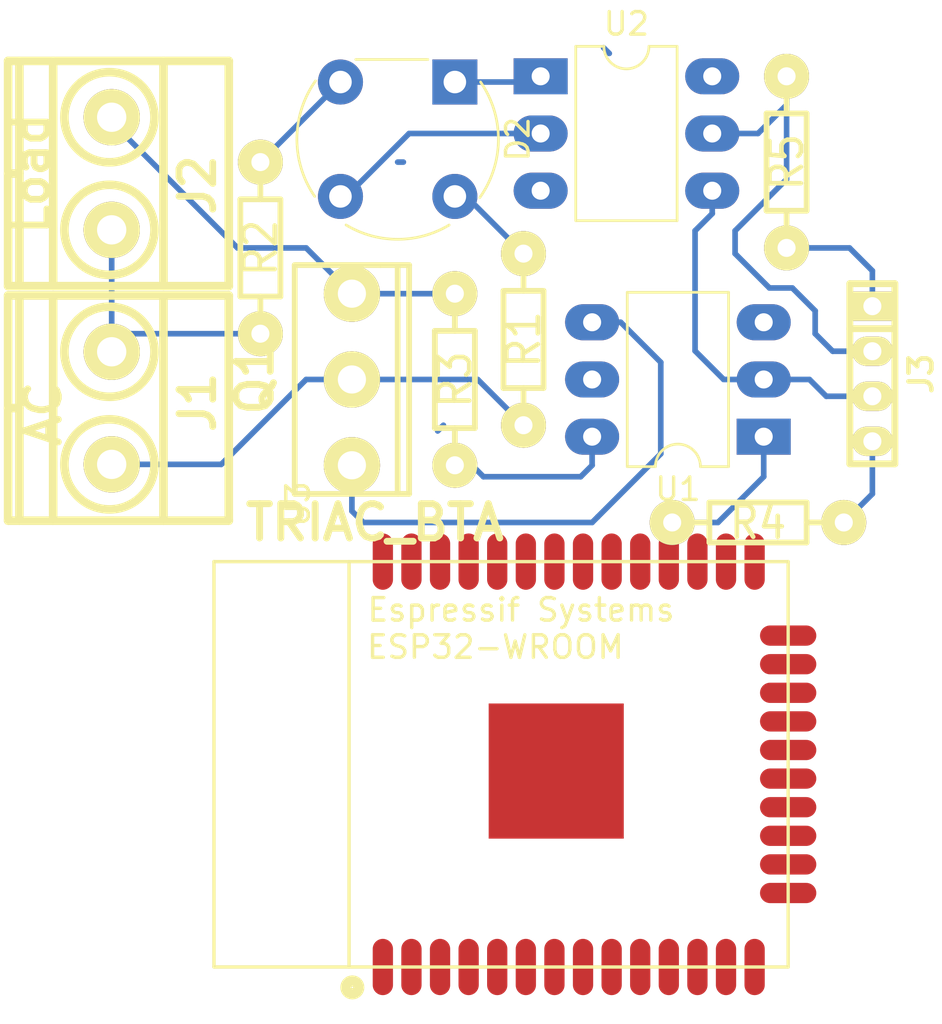
<source format=kicad_pcb>
(kicad_pcb (version 4) (host pcbnew 4.0.7)

  (general
    (links 21)
    (no_connects 2)
    (area 160.617499 59.985 202.6634 105.655476)
    (thickness 1.6)
    (drawings 0)
    (tracks 67)
    (zones 0)
    (modules 13)
    (nets 56)
  )

  (page A4)
  (layers
    (0 F.Cu signal)
    (31 B.Cu signal)
    (32 B.Adhes user)
    (33 F.Adhes user)
    (34 B.Paste user)
    (35 F.Paste user)
    (36 B.SilkS user)
    (37 F.SilkS user)
    (38 B.Mask user)
    (39 F.Mask user)
    (40 Dwgs.User user)
    (41 Cmts.User user)
    (42 Eco1.User user)
    (43 Eco2.User user)
    (44 Edge.Cuts user)
    (45 Margin user)
    (46 B.CrtYd user)
    (47 F.CrtYd user)
    (48 B.Fab user hide)
    (49 F.Fab user)
  )

  (setup
    (last_trace_width 0.25)
    (trace_clearance 0.2)
    (zone_clearance 0.508)
    (zone_45_only no)
    (trace_min 0.2)
    (segment_width 0.2)
    (edge_width 0.1)
    (via_size 0.6)
    (via_drill 0.4)
    (via_min_size 0.4)
    (via_min_drill 0.3)
    (uvia_size 0.3)
    (uvia_drill 0.1)
    (uvias_allowed no)
    (uvia_min_size 0.2)
    (uvia_min_drill 0.1)
    (pcb_text_width 0.3)
    (pcb_text_size 1.5 1.5)
    (mod_edge_width 0.15)
    (mod_text_size 1 1)
    (mod_text_width 0.15)
    (pad_size 1.5 1.5)
    (pad_drill 0.6)
    (pad_to_mask_clearance 0)
    (aux_axis_origin 0 0)
    (visible_elements 7FFFFFFF)
    (pcbplotparams
      (layerselection 0x00030_80000001)
      (usegerberextensions false)
      (excludeedgelayer true)
      (linewidth 0.100000)
      (plotframeref false)
      (viasonmask false)
      (mode 1)
      (useauxorigin false)
      (hpglpennumber 1)
      (hpglpenspeed 20)
      (hpglpendiameter 15)
      (hpglpenoverlay 2)
      (psnegative false)
      (psa4output false)
      (plotreference true)
      (plotvalue true)
      (plotinvisibletext false)
      (padsonsilk false)
      (subtractmaskfromsilk false)
      (outputformat 1)
      (mirror false)
      (drillshape 1)
      (scaleselection 1)
      (outputdirectory ""))
  )

  (net 0 "")
  (net 1 "Net-(D2-Pad4)")
  (net 2 "Net-(D2-Pad2)")
  (net 3 "Net-(D2-Pad3)")
  (net 4 "Net-(D2-Pad1)")
  (net 5 /Fase)
  (net 6 /Neutro)
  (net 7 "Net-(J2-Pad1)")
  (net 8 "Net-(J3-Pad2)")
  (net 9 GND)
  (net 10 "Net-(Q1-Pad1)")
  (net 11 "Net-(R3-Pad2)")
  (net 12 "Net-(R4-Pad1)")
  (net 13 "Net-(U1-Pad5)")
  (net 14 "Net-(U1-Pad3)")
  (net 15 "Net-(U2-Pad3)")
  (net 16 "Net-(U2-Pad6)")
  (net 17 "Net-(J3-Pad4)")
  (net 18 +3.3V)
  (net 19 "Net-(U3-Pad38)")
  (net 20 "Net-(U3-Pad37)")
  (net 21 "Net-(U3-Pad36)")
  (net 22 "Net-(J4-Pad1)")
  (net 23 "Net-(J4-Pad2)")
  (net 24 "Net-(U3-Pad33)")
  (net 25 "Net-(U3-Pad32)")
  (net 26 "Net-(U3-Pad31)")
  (net 27 "Net-(U3-Pad30)")
  (net 28 "Net-(U3-Pad29)")
  (net 29 "Net-(U3-Pad28)")
  (net 30 "Net-(U3-Pad27)")
  (net 31 "Net-(U3-Pad26)")
  (net 32 "Net-(U3-Pad25)")
  (net 33 "Net-(U3-Pad24)")
  (net 34 "Net-(U3-Pad23)")
  (net 35 "Net-(U3-Pad22)")
  (net 36 "Net-(U3-Pad21)")
  (net 37 "Net-(U3-Pad20)")
  (net 38 "Net-(U3-Pad19)")
  (net 39 "Net-(U3-Pad18)")
  (net 40 "Net-(U3-Pad17)")
  (net 41 "Net-(U3-Pad16)")
  (net 42 "Net-(U3-Pad15)")
  (net 43 "Net-(U3-Pad14)")
  (net 44 "Net-(U3-Pad13)")
  (net 45 "Net-(U3-Pad12)")
  (net 46 "Net-(U3-Pad11)")
  (net 47 "Net-(U3-Pad10)")
  (net 48 "Net-(U3-Pad9)")
  (net 49 "Net-(U3-Pad8)")
  (net 50 "Net-(U3-Pad7)")
  (net 51 "Net-(U3-Pad6)")
  (net 52 "Net-(U3-Pad5)")
  (net 53 "Net-(U3-Pad4)")
  (net 54 "Net-(U3-Pad3)")
  (net 55 "Net-(U3-Pad39)")

  (net_class Default "Esta es la clase de red por defecto."
    (clearance 0.2)
    (trace_width 0.25)
    (via_dia 0.6)
    (via_drill 0.4)
    (uvia_dia 0.3)
    (uvia_drill 0.1)
    (add_net +3.3V)
    (add_net /Fase)
    (add_net /Neutro)
    (add_net GND)
    (add_net "Net-(D2-Pad1)")
    (add_net "Net-(D2-Pad2)")
    (add_net "Net-(D2-Pad3)")
    (add_net "Net-(D2-Pad4)")
    (add_net "Net-(J2-Pad1)")
    (add_net "Net-(J3-Pad2)")
    (add_net "Net-(J3-Pad4)")
    (add_net "Net-(J4-Pad1)")
    (add_net "Net-(J4-Pad2)")
    (add_net "Net-(Q1-Pad1)")
    (add_net "Net-(R3-Pad2)")
    (add_net "Net-(R4-Pad1)")
    (add_net "Net-(U1-Pad3)")
    (add_net "Net-(U1-Pad5)")
    (add_net "Net-(U2-Pad3)")
    (add_net "Net-(U2-Pad6)")
    (add_net "Net-(U3-Pad10)")
    (add_net "Net-(U3-Pad11)")
    (add_net "Net-(U3-Pad12)")
    (add_net "Net-(U3-Pad13)")
    (add_net "Net-(U3-Pad14)")
    (add_net "Net-(U3-Pad15)")
    (add_net "Net-(U3-Pad16)")
    (add_net "Net-(U3-Pad17)")
    (add_net "Net-(U3-Pad18)")
    (add_net "Net-(U3-Pad19)")
    (add_net "Net-(U3-Pad20)")
    (add_net "Net-(U3-Pad21)")
    (add_net "Net-(U3-Pad22)")
    (add_net "Net-(U3-Pad23)")
    (add_net "Net-(U3-Pad24)")
    (add_net "Net-(U3-Pad25)")
    (add_net "Net-(U3-Pad26)")
    (add_net "Net-(U3-Pad27)")
    (add_net "Net-(U3-Pad28)")
    (add_net "Net-(U3-Pad29)")
    (add_net "Net-(U3-Pad3)")
    (add_net "Net-(U3-Pad30)")
    (add_net "Net-(U3-Pad31)")
    (add_net "Net-(U3-Pad32)")
    (add_net "Net-(U3-Pad33)")
    (add_net "Net-(U3-Pad36)")
    (add_net "Net-(U3-Pad37)")
    (add_net "Net-(U3-Pad38)")
    (add_net "Net-(U3-Pad39)")
    (add_net "Net-(U3-Pad4)")
    (add_net "Net-(U3-Pad5)")
    (add_net "Net-(U3-Pad6)")
    (add_net "Net-(U3-Pad7)")
    (add_net "Net-(U3-Pad8)")
    (add_net "Net-(U3-Pad9)")
  )

  (module Diodes_THT:Diode_Bridge_Round_D8.9mm (layer F.Cu) (tedit 59213853) (tstamp 59F8FD5C)
    (at 180.848 63.754 270)
    (descr "4-lead round diode bridge package, diameter 8.9mm, pin pitch 5.08mm, see http://cdn-reichelt.de/documents/datenblatt/A400/W005M-W10M_SEP.PDF")
    (tags "diode bridge 8.9mm 8.85mm WOB pitch 5.08mm")
    (path /59F658BB)
    (fp_text reference D2 (at 2.54 -2.794 270) (layer F.SilkS)
      (effects (font (size 1 1) (thickness 0.15)))
    )
    (fp_text value D_Bridge_+A-A (at 2.794 8.128 270) (layer F.Fab)
      (effects (font (size 1 1) (thickness 0.15)))
    )
    (fp_text user %R (at 3.81 2.54 270) (layer F.Fab)
      (effects (font (size 1 1) (thickness 0.15)))
    )
    (fp_line (start -1 1.2) (end -1 4.4) (layer F.SilkS) (width 0.12))
    (fp_line (start -0.9 -0.2) (end -0.9 5.3) (layer F.Fab) (width 0.12))
    (fp_line (start -1.25 -2.11) (end 7.19 -2.11) (layer F.CrtYd) (width 0.05))
    (fp_line (start -1.25 -2.11) (end -1.25 7.19) (layer F.CrtYd) (width 0.05))
    (fp_line (start 7.19 7.19) (end 7.19 -2.11) (layer F.CrtYd) (width 0.05))
    (fp_line (start 7.19 7.19) (end -1.25 7.19) (layer F.CrtYd) (width 0.05))
    (fp_arc (start 2.54 2.54) (end 5.08 6.223) (angle 70) (layer F.SilkS) (width 0.12))
    (fp_arc (start 2.54 2.54) (end 6.35 0.254) (angle 62) (layer F.SilkS) (width 0.12))
    (fp_arc (start 2.54 2.54) (end 0 -1.143) (angle 70) (layer F.SilkS) (width 0.12))
    (fp_arc (start 2.54 2.54) (end -0.9 -0.2) (angle 283) (layer F.Fab) (width 0.12))
    (pad 4 thru_hole oval (at 5.08 0 270) (size 2 2) (drill 1) (layers *.Cu *.Mask)
      (net 1 "Net-(D2-Pad4)"))
    (pad 2 thru_hole oval (at 0 5.08 270) (size 2 2) (drill 1) (layers *.Cu *.Mask)
      (net 2 "Net-(D2-Pad2)"))
    (pad 3 thru_hole oval (at 5.08 5.08 270) (size 2 2) (drill 1) (layers *.Cu *.Mask)
      (net 3 "Net-(D2-Pad3)"))
    (pad 1 thru_hole rect (at 0 0 270) (size 2 2) (drill 1) (layers *.Cu *.Mask)
      (net 4 "Net-(D2-Pad1)"))
    (model ${KISYS3DMOD}/Diodes_THT.3dshapes/Diode_Bridge_Round_D8.9mm.wrl
      (at (xyz 0 0 0))
      (scale (xyz 1 1 1))
      (rotate (xyz 0 0 0))
    )
  )

  (module w_pin_strip:pin_strip_2mm_4 (layer F.Cu) (tedit 59F90BB4) (tstamp 59F8FD7A)
    (at 199.39 76.708 270)
    (descr "Pin strip 2mm 4pin")
    (tags "CONN DEV")
    (path /59F674F8)
    (fp_text reference J3 (at 0 -2.159 270) (layer F.SilkS)
      (effects (font (size 1.016 1.016) (thickness 0.2032)))
    )
    (fp_text value Conn_01x04 (at -0.254 2.286 270) (layer F.SilkS) hide
      (effects (font (size 1.016 0.889) (thickness 0.2032)))
    )
    (fp_line (start 4 -1) (end 4 1) (layer F.SilkS) (width 0.3048))
    (fp_line (start 4 1) (end -4 1) (layer F.SilkS) (width 0.3048))
    (fp_line (start -4 -1) (end 4 -1) (layer F.SilkS) (width 0.3048))
    (fp_line (start -4 1) (end -4 -1) (layer F.SilkS) (width 0.3048))
    (fp_line (start -2 -1) (end -2 1) (layer F.SilkS) (width 0.3048))
    (pad 1 thru_hole rect (at -3 0 270) (size 1.3 1.8) (drill 0.8) (layers *.Cu *.Mask F.SilkS)
      (net 18 +3.3V))
    (pad 2 thru_hole oval (at -1 0 270) (size 1.3 1.8) (drill 0.8) (layers *.Cu *.Mask F.SilkS)
      (net 8 "Net-(J3-Pad2)"))
    (pad 3 thru_hole oval (at 1 0 270) (size 1.3 1.8) (drill 0.8) (layers *.Cu *.Mask F.SilkS)
      (net 9 GND))
    (pad 4 thru_hole oval (at 3 0 270) (size 1.3 1.8) (drill 0.8) (layers *.Cu *.Mask F.SilkS)
      (net 17 "Net-(J3-Pad4)"))
    (model walter/pin_strip/pin_strip_2mm_4.wrl
      (at (xyz 0 0 0))
      (scale (xyz 1 1 1))
      (rotate (xyz 0 0 0))
    )
  )

  (module w_to:to220 (layer F.Cu) (tedit 59F90975) (tstamp 59F8FD81)
    (at 176.276 76.962 270)
    (descr TO220)
    (path /59F8B5BD)
    (fp_text reference Q1 (at 0 4.318 270) (layer F.SilkS)
      (effects (font (thickness 0.3048)))
    )
    (fp_text value TRIAC_BTA (at 6.35 -1.016 360) (layer F.SilkS)
      (effects (font (thickness 0.3048)))
    )
    (fp_line (start -5.08 -2.032) (end 5.08 -2.032) (layer F.SilkS) (width 0.254))
    (fp_line (start -5.08 -1.27) (end -5.08 2.54) (layer F.SilkS) (width 0.254))
    (fp_line (start -5.08 2.54) (end 5.08 2.54) (layer F.SilkS) (width 0.254))
    (fp_line (start 5.08 2.54) (end 5.08 -2.54) (layer F.SilkS) (width 0.254))
    (fp_line (start 5.08 -2.54) (end -5.08 -2.54) (layer F.SilkS) (width 0.254))
    (fp_line (start -5.08 -2.54) (end -5.08 -1.27) (layer F.SilkS) (width 0.254))
    (pad 1 thru_hole circle (at 3.81 0 270) (size 2.49936 2.49936) (drill 1.24968) (layers *.Cu *.Mask F.SilkS)
      (net 10 "Net-(Q1-Pad1)"))
    (pad 2 thru_hole circle (at 0 0 270) (size 2.49936 2.49936) (drill 1.24968) (layers *.Cu *.Mask F.SilkS)
      (net 5 /Fase))
    (pad 3 thru_hole circle (at -3.81 0 270) (size 2.49936 2.49936) (drill 1.24968) (layers *.Cu *.Mask F.SilkS)
      (net 7 "Net-(J2-Pad1)"))
    (model walter/to/to220.wrl
      (at (xyz 0 0 0))
      (scale (xyz 1 1 1))
      (rotate (xyz 0 0 0))
    )
  )

  (module w_pth_resistors:RC03 (layer F.Cu) (tedit 59F90BBD) (tstamp 59F8FD87)
    (at 183.896 75.184 270)
    (descr "Resistor, RC03")
    (tags R)
    (path /59F65990)
    (autoplace_cost180 10)
    (fp_text reference R1 (at 0 0 270) (layer F.SilkS)
      (effects (font (size 1.397 1.27) (thickness 0.2032)))
    )
    (fp_text value 30k (at -3.556 -2.794 360) (layer F.SilkS) hide
      (effects (font (size 1.397 1.27) (thickness 0.2032)))
    )
    (fp_line (start 2.159 0) (end 3.81 0) (layer F.SilkS) (width 0.254))
    (fp_line (start -2.159 0) (end -3.81 0) (layer F.SilkS) (width 0.254))
    (fp_line (start -2.159 -0.889) (end -2.159 0.889) (layer F.SilkS) (width 0.254))
    (fp_line (start -2.159 0.889) (end 2.159 0.889) (layer F.SilkS) (width 0.254))
    (fp_line (start 2.159 0.889) (end 2.159 -0.889) (layer F.SilkS) (width 0.254))
    (fp_line (start 2.159 -0.889) (end -2.159 -0.889) (layer F.SilkS) (width 0.254))
    (pad 1 thru_hole circle (at -3.81 0 270) (size 1.99898 1.99898) (drill 0.8001) (layers *.Cu *.Mask F.SilkS)
      (net 1 "Net-(D2-Pad4)"))
    (pad 2 thru_hole circle (at 3.81 0 270) (size 1.99898 1.99898) (drill 0.8001) (layers *.Cu *.Mask F.SilkS)
      (net 5 /Fase))
    (model walter/pth_resistors/rc03.wrl
      (at (xyz 0 0 0))
      (scale (xyz 1 1 1))
      (rotate (xyz 0 0 0))
    )
  )

  (module w_pth_resistors:RC03 (layer F.Cu) (tedit 59F90BA5) (tstamp 59F8FD8D)
    (at 172.212 71.12 270)
    (descr "Resistor, RC03")
    (tags R)
    (path /59F65B3F)
    (autoplace_cost180 10)
    (fp_text reference R2 (at 0 0 270) (layer F.SilkS)
      (effects (font (size 1.397 1.27) (thickness 0.2032)))
    )
    (fp_text value 30k (at -6.604 0 270) (layer F.SilkS) hide
      (effects (font (size 1.397 1.27) (thickness 0.2032)))
    )
    (fp_line (start 2.159 0) (end 3.81 0) (layer F.SilkS) (width 0.254))
    (fp_line (start -2.159 0) (end -3.81 0) (layer F.SilkS) (width 0.254))
    (fp_line (start -2.159 -0.889) (end -2.159 0.889) (layer F.SilkS) (width 0.254))
    (fp_line (start -2.159 0.889) (end 2.159 0.889) (layer F.SilkS) (width 0.254))
    (fp_line (start 2.159 0.889) (end 2.159 -0.889) (layer F.SilkS) (width 0.254))
    (fp_line (start 2.159 -0.889) (end -2.159 -0.889) (layer F.SilkS) (width 0.254))
    (pad 1 thru_hole circle (at -3.81 0 270) (size 1.99898 1.99898) (drill 0.8001) (layers *.Cu *.Mask F.SilkS)
      (net 2 "Net-(D2-Pad2)"))
    (pad 2 thru_hole circle (at 3.81 0 270) (size 1.99898 1.99898) (drill 0.8001) (layers *.Cu *.Mask F.SilkS)
      (net 6 /Neutro))
    (model walter/pth_resistors/rc03.wrl
      (at (xyz 0 0 0))
      (scale (xyz 1 1 1))
      (rotate (xyz 0 0 0))
    )
  )

  (module w_pth_resistors:RC03 (layer F.Cu) (tedit 59F90BC2) (tstamp 59F8FD93)
    (at 180.848 76.962 270)
    (descr "Resistor, RC03")
    (tags R)
    (path /59F66521)
    (autoplace_cost180 10)
    (fp_text reference R3 (at 0 0 270) (layer F.SilkS)
      (effects (font (size 1.397 1.27) (thickness 0.2032)))
    )
    (fp_text value 1k (at -1.778 1.524 270) (layer F.SilkS) hide
      (effects (font (size 1.397 1.27) (thickness 0.2032)))
    )
    (fp_line (start 2.159 0) (end 3.81 0) (layer F.SilkS) (width 0.254))
    (fp_line (start -2.159 0) (end -3.81 0) (layer F.SilkS) (width 0.254))
    (fp_line (start -2.159 -0.889) (end -2.159 0.889) (layer F.SilkS) (width 0.254))
    (fp_line (start -2.159 0.889) (end 2.159 0.889) (layer F.SilkS) (width 0.254))
    (fp_line (start 2.159 0.889) (end 2.159 -0.889) (layer F.SilkS) (width 0.254))
    (fp_line (start 2.159 -0.889) (end -2.159 -0.889) (layer F.SilkS) (width 0.254))
    (pad 1 thru_hole circle (at -3.81 0 270) (size 1.99898 1.99898) (drill 0.8001) (layers *.Cu *.Mask F.SilkS)
      (net 7 "Net-(J2-Pad1)"))
    (pad 2 thru_hole circle (at 3.81 0 270) (size 1.99898 1.99898) (drill 0.8001) (layers *.Cu *.Mask F.SilkS)
      (net 11 "Net-(R3-Pad2)"))
    (model walter/pth_resistors/rc03.wrl
      (at (xyz 0 0 0))
      (scale (xyz 1 1 1))
      (rotate (xyz 0 0 0))
    )
  )

  (module w_pth_resistors:RC03 (layer F.Cu) (tedit 59F90BB1) (tstamp 59F8FD99)
    (at 194.31 83.312)
    (descr "Resistor, RC03")
    (tags R)
    (path /59F6631B)
    (autoplace_cost180 10)
    (fp_text reference R4 (at 0 0) (layer F.SilkS)
      (effects (font (size 1.397 1.27) (thickness 0.2032)))
    )
    (fp_text value 180 (at 1.524 -1.778) (layer F.SilkS) hide
      (effects (font (size 1.397 1.27) (thickness 0.2032)))
    )
    (fp_line (start 2.159 0) (end 3.81 0) (layer F.SilkS) (width 0.254))
    (fp_line (start -2.159 0) (end -3.81 0) (layer F.SilkS) (width 0.254))
    (fp_line (start -2.159 -0.889) (end -2.159 0.889) (layer F.SilkS) (width 0.254))
    (fp_line (start -2.159 0.889) (end 2.159 0.889) (layer F.SilkS) (width 0.254))
    (fp_line (start 2.159 0.889) (end 2.159 -0.889) (layer F.SilkS) (width 0.254))
    (fp_line (start 2.159 -0.889) (end -2.159 -0.889) (layer F.SilkS) (width 0.254))
    (pad 1 thru_hole circle (at -3.81 0) (size 1.99898 1.99898) (drill 0.8001) (layers *.Cu *.Mask F.SilkS)
      (net 12 "Net-(R4-Pad1)"))
    (pad 2 thru_hole circle (at 3.81 0) (size 1.99898 1.99898) (drill 0.8001) (layers *.Cu *.Mask F.SilkS)
      (net 17 "Net-(J3-Pad4)"))
    (model walter/pth_resistors/rc03.wrl
      (at (xyz 0 0 0))
      (scale (xyz 1 1 1))
      (rotate (xyz 0 0 0))
    )
  )

  (module w_pth_resistors:RC03 (layer F.Cu) (tedit 0) (tstamp 59F8FD9F)
    (at 195.58 67.31 90)
    (descr "Resistor, RC03")
    (tags R)
    (path /59F65D40)
    (autoplace_cost180 10)
    (fp_text reference R5 (at 0 0 90) (layer F.SilkS)
      (effects (font (size 1.397 1.27) (thickness 0.2032)))
    )
    (fp_text value 3.3k (at 0 2.032 90) (layer F.SilkS) hide
      (effects (font (size 1.397 1.27) (thickness 0.2032)))
    )
    (fp_line (start 2.159 0) (end 3.81 0) (layer F.SilkS) (width 0.254))
    (fp_line (start -2.159 0) (end -3.81 0) (layer F.SilkS) (width 0.254))
    (fp_line (start -2.159 -0.889) (end -2.159 0.889) (layer F.SilkS) (width 0.254))
    (fp_line (start -2.159 0.889) (end 2.159 0.889) (layer F.SilkS) (width 0.254))
    (fp_line (start 2.159 0.889) (end 2.159 -0.889) (layer F.SilkS) (width 0.254))
    (fp_line (start 2.159 -0.889) (end -2.159 -0.889) (layer F.SilkS) (width 0.254))
    (pad 1 thru_hole circle (at -3.81 0 90) (size 1.99898 1.99898) (drill 0.8001) (layers *.Cu *.Mask F.SilkS)
      (net 18 +3.3V))
    (pad 2 thru_hole circle (at 3.81 0 90) (size 1.99898 1.99898) (drill 0.8001) (layers *.Cu *.Mask F.SilkS)
      (net 8 "Net-(J3-Pad2)"))
    (model walter/pth_resistors/rc03.wrl
      (at (xyz 0 0 0))
      (scale (xyz 1 1 1))
      (rotate (xyz 0 0 0))
    )
  )

  (module Housings_DIP:DIP-6_W7.62mm_LongPads (layer F.Cu) (tedit 59F90994) (tstamp 59F8FDA9)
    (at 194.564 79.502 180)
    (descr "6-lead though-hole mounted DIP package, row spacing 7.62 mm (300 mils), LongPads")
    (tags "THT DIP DIL PDIP 2.54mm 7.62mm 300mil LongPads")
    (path /59F6552E)
    (fp_text reference U1 (at 3.81 -2.33 180) (layer F.SilkS)
      (effects (font (size 1 1) (thickness 0.15)))
    )
    (fp_text value MOC3021M (at 5.08 2.794 270) (layer F.Fab)
      (effects (font (size 1 1) (thickness 0.15)))
    )
    (fp_arc (start 3.81 -1.33) (end 2.81 -1.33) (angle -180) (layer F.SilkS) (width 0.12))
    (fp_line (start 1.635 -1.27) (end 6.985 -1.27) (layer F.Fab) (width 0.1))
    (fp_line (start 6.985 -1.27) (end 6.985 6.35) (layer F.Fab) (width 0.1))
    (fp_line (start 6.985 6.35) (end 0.635 6.35) (layer F.Fab) (width 0.1))
    (fp_line (start 0.635 6.35) (end 0.635 -0.27) (layer F.Fab) (width 0.1))
    (fp_line (start 0.635 -0.27) (end 1.635 -1.27) (layer F.Fab) (width 0.1))
    (fp_line (start 2.81 -1.33) (end 1.56 -1.33) (layer F.SilkS) (width 0.12))
    (fp_line (start 1.56 -1.33) (end 1.56 6.41) (layer F.SilkS) (width 0.12))
    (fp_line (start 1.56 6.41) (end 6.06 6.41) (layer F.SilkS) (width 0.12))
    (fp_line (start 6.06 6.41) (end 6.06 -1.33) (layer F.SilkS) (width 0.12))
    (fp_line (start 6.06 -1.33) (end 4.81 -1.33) (layer F.SilkS) (width 0.12))
    (fp_line (start -1.45 -1.55) (end -1.45 6.6) (layer F.CrtYd) (width 0.05))
    (fp_line (start -1.45 6.6) (end 9.1 6.6) (layer F.CrtYd) (width 0.05))
    (fp_line (start 9.1 6.6) (end 9.1 -1.55) (layer F.CrtYd) (width 0.05))
    (fp_line (start 9.1 -1.55) (end -1.45 -1.55) (layer F.CrtYd) (width 0.05))
    (fp_text user %R (at 3.81 2.54 180) (layer F.Fab)
      (effects (font (size 1 1) (thickness 0.15)))
    )
    (pad 1 thru_hole rect (at 0 0 180) (size 2.4 1.6) (drill 0.8) (layers *.Cu *.Mask)
      (net 12 "Net-(R4-Pad1)"))
    (pad 4 thru_hole oval (at 7.62 5.08 180) (size 2.4 1.6) (drill 0.8) (layers *.Cu *.Mask)
      (net 10 "Net-(Q1-Pad1)"))
    (pad 2 thru_hole oval (at 0 2.54 180) (size 2.4 1.6) (drill 0.8) (layers *.Cu *.Mask)
      (net 9 GND))
    (pad 5 thru_hole oval (at 7.62 2.54 180) (size 2.4 1.6) (drill 0.8) (layers *.Cu *.Mask)
      (net 13 "Net-(U1-Pad5)"))
    (pad 3 thru_hole oval (at 0 5.08 180) (size 2.4 1.6) (drill 0.8) (layers *.Cu *.Mask)
      (net 14 "Net-(U1-Pad3)"))
    (pad 6 thru_hole oval (at 7.62 0 180) (size 2.4 1.6) (drill 0.8) (layers *.Cu *.Mask)
      (net 11 "Net-(R3-Pad2)"))
    (model ${KISYS3DMOD}/Housings_DIP.3dshapes/DIP-6_W7.62mm.wrl
      (at (xyz 0 0 0))
      (scale (xyz 1 1 1))
      (rotate (xyz 0 0 0))
    )
  )

  (module Housings_DIP:DIP-6_W7.62mm_LongPads (layer F.Cu) (tedit 59F9098F) (tstamp 59F8FDB3)
    (at 184.658 63.5)
    (descr "6-lead though-hole mounted DIP package, row spacing 7.62 mm (300 mils), LongPads")
    (tags "THT DIP DIL PDIP 2.54mm 7.62mm 300mil LongPads")
    (path /59F653BB)
    (fp_text reference U2 (at 3.81 -2.33) (layer F.SilkS)
      (effects (font (size 1 1) (thickness 0.15)))
    )
    (fp_text value 4N25 (at 0.254 -2.54) (layer F.Fab)
      (effects (font (size 1 1) (thickness 0.15)))
    )
    (fp_arc (start 3.81 -1.33) (end 2.81 -1.33) (angle -180) (layer F.SilkS) (width 0.12))
    (fp_line (start 1.635 -1.27) (end 6.985 -1.27) (layer F.Fab) (width 0.1))
    (fp_line (start 6.985 -1.27) (end 6.985 6.35) (layer F.Fab) (width 0.1))
    (fp_line (start 6.985 6.35) (end 0.635 6.35) (layer F.Fab) (width 0.1))
    (fp_line (start 0.635 6.35) (end 0.635 -0.27) (layer F.Fab) (width 0.1))
    (fp_line (start 0.635 -0.27) (end 1.635 -1.27) (layer F.Fab) (width 0.1))
    (fp_line (start 2.81 -1.33) (end 1.56 -1.33) (layer F.SilkS) (width 0.12))
    (fp_line (start 1.56 -1.33) (end 1.56 6.41) (layer F.SilkS) (width 0.12))
    (fp_line (start 1.56 6.41) (end 6.06 6.41) (layer F.SilkS) (width 0.12))
    (fp_line (start 6.06 6.41) (end 6.06 -1.33) (layer F.SilkS) (width 0.12))
    (fp_line (start 6.06 -1.33) (end 4.81 -1.33) (layer F.SilkS) (width 0.12))
    (fp_line (start -1.45 -1.55) (end -1.45 6.6) (layer F.CrtYd) (width 0.05))
    (fp_line (start -1.45 6.6) (end 9.1 6.6) (layer F.CrtYd) (width 0.05))
    (fp_line (start 9.1 6.6) (end 9.1 -1.55) (layer F.CrtYd) (width 0.05))
    (fp_line (start 9.1 -1.55) (end -1.45 -1.55) (layer F.CrtYd) (width 0.05))
    (fp_text user %R (at 3.81 2.54) (layer F.Fab)
      (effects (font (size 1 1) (thickness 0.15)))
    )
    (pad 1 thru_hole rect (at 0 0) (size 2.4 1.6) (drill 0.8) (layers *.Cu *.Mask)
      (net 4 "Net-(D2-Pad1)"))
    (pad 4 thru_hole oval (at 7.62 5.08) (size 2.4 1.6) (drill 0.8) (layers *.Cu *.Mask)
      (net 9 GND))
    (pad 2 thru_hole oval (at 0 2.54) (size 2.4 1.6) (drill 0.8) (layers *.Cu *.Mask)
      (net 3 "Net-(D2-Pad3)"))
    (pad 5 thru_hole oval (at 7.62 2.54) (size 2.4 1.6) (drill 0.8) (layers *.Cu *.Mask)
      (net 8 "Net-(J3-Pad2)"))
    (pad 3 thru_hole oval (at 0 5.08) (size 2.4 1.6) (drill 0.8) (layers *.Cu *.Mask)
      (net 15 "Net-(U2-Pad3)"))
    (pad 6 thru_hole oval (at 7.62 0) (size 2.4 1.6) (drill 0.8) (layers *.Cu *.Mask)
      (net 16 "Net-(U2-Pad6)"))
    (model ${KISYS3DMOD}/Housings_DIP.3dshapes/DIP-6_W7.62mm.wrl
      (at (xyz 0 0 0))
      (scale (xyz 1 1 1))
      (rotate (xyz 0 0 0))
    )
  )

  (module w_conn_mkds:mkds_1,5-2 (layer F.Cu) (tedit 59F90BA0) (tstamp 59F906E2)
    (at 165.608 78.232 270)
    (descr "2-way 5mm pitch terminal block, Phoenix MKDS series")
    (path /59F66E81)
    (fp_text reference J1 (at -0.254 -3.81 270) (layer F.SilkS)
      (effects (font (size 1.5 1.5) (thickness 0.3)))
    )
    (fp_text value AC (at 0.254 3.048 270) (layer F.SilkS)
      (effects (font (size 1.5 1.5) (thickness 0.3)))
    )
    (fp_line (start 0 4.1) (end 0 4.6) (layer F.SilkS) (width 0.381))
    (fp_circle (center 2.5 0.1) (end 0.5 0.1) (layer F.SilkS) (width 0.381))
    (fp_circle (center -2.5 0.1) (end -0.5 0.1) (layer F.SilkS) (width 0.381))
    (fp_line (start -5 2.6) (end 5 2.6) (layer F.SilkS) (width 0.381))
    (fp_line (start -5 -2.3) (end 5 -2.3) (layer F.SilkS) (width 0.381))
    (fp_line (start -5 4.1) (end 5 4.1) (layer F.SilkS) (width 0.381))
    (fp_line (start -5 4.6) (end 5 4.6) (layer F.SilkS) (width 0.381))
    (fp_line (start 5 4.6) (end 5 -5.2) (layer F.SilkS) (width 0.381))
    (fp_line (start 5 -5.2) (end -5 -5.2) (layer F.SilkS) (width 0.381))
    (fp_line (start -5 -5.2) (end -5 4.6) (layer F.SilkS) (width 0.381))
    (pad 1 thru_hole circle (at -2.5 0 270) (size 2.5 2.5) (drill 1.3) (layers *.Cu *.Mask F.SilkS)
      (net 6 /Neutro))
    (pad 2 thru_hole circle (at 2.5 0 270) (size 2.5 2.5) (drill 1.3) (layers *.Cu *.Mask F.SilkS)
      (net 5 /Fase))
    (model walter/conn_mkds/mkds_1,5-2.wrl
      (at (xyz 0 0 0))
      (scale (xyz 1 1 1))
      (rotate (xyz 0 0 0))
    )
  )

  (module w_conn_mkds:mkds_1,5-2 (layer F.Cu) (tedit 59F90B9A) (tstamp 59F906E8)
    (at 165.608 67.818 270)
    (descr "2-way 5mm pitch terminal block, Phoenix MKDS series")
    (path /59F65F18)
    (fp_text reference J2 (at 0.508 -3.81 270) (layer F.SilkS)
      (effects (font (size 1.5 1.5) (thickness 0.3)))
    )
    (fp_text value Load (at 0 3.556 270) (layer F.SilkS)
      (effects (font (size 1.5 1.5) (thickness 0.3)))
    )
    (fp_line (start 0 4.1) (end 0 4.6) (layer F.SilkS) (width 0.381))
    (fp_circle (center 2.5 0.1) (end 0.5 0.1) (layer F.SilkS) (width 0.381))
    (fp_circle (center -2.5 0.1) (end -0.5 0.1) (layer F.SilkS) (width 0.381))
    (fp_line (start -5 2.6) (end 5 2.6) (layer F.SilkS) (width 0.381))
    (fp_line (start -5 -2.3) (end 5 -2.3) (layer F.SilkS) (width 0.381))
    (fp_line (start -5 4.1) (end 5 4.1) (layer F.SilkS) (width 0.381))
    (fp_line (start -5 4.6) (end 5 4.6) (layer F.SilkS) (width 0.381))
    (fp_line (start 5 4.6) (end 5 -5.2) (layer F.SilkS) (width 0.381))
    (fp_line (start 5 -5.2) (end -5 -5.2) (layer F.SilkS) (width 0.381))
    (fp_line (start -5 -5.2) (end -5 4.6) (layer F.SilkS) (width 0.381))
    (pad 1 thru_hole circle (at -2.5 0 270) (size 2.5 2.5) (drill 1.3) (layers *.Cu *.Mask F.SilkS)
      (net 7 "Net-(J2-Pad1)"))
    (pad 2 thru_hole circle (at 2.5 0 270) (size 2.5 2.5) (drill 1.3) (layers *.Cu *.Mask F.SilkS)
      (net 6 /Neutro))
    (model walter/conn_mkds/mkds_1,5-2.wrl
      (at (xyz 0 0 0))
      (scale (xyz 1 1 1))
      (rotate (xyz 0 0 0))
    )
  )

  (module ESP32-footprints-Lib:ESP32-WROOM (layer F.Cu) (tedit 57D08EA8) (tstamp 59FA19F8)
    (at 182.9 94.05 270)
    (path /59FA1314)
    (fp_text reference U3 (at -11.557 9.017 270) (layer F.SilkS)
      (effects (font (size 1 1) (thickness 0.15)))
    )
    (fp_text value ESP32-WROOM (at 5.715 14.224 270) (layer F.Fab)
      (effects (font (size 1 1) (thickness 0.15)))
    )
    (fp_text user "Espressif Systems" (at -6.858 -0.889 360) (layer F.SilkS)
      (effects (font (size 1 1) (thickness 0.15)))
    )
    (fp_circle (center 9.906 6.604) (end 10.033 6.858) (layer F.SilkS) (width 0.5))
    (fp_text user ESP32-WROOM (at -5.207 0.254 360) (layer F.SilkS)
      (effects (font (size 1 1) (thickness 0.15)))
    )
    (fp_line (start -9 6.75) (end 9 6.75) (layer F.SilkS) (width 0.15))
    (fp_line (start 9 12.75) (end 9 -12.75) (layer F.SilkS) (width 0.15))
    (fp_line (start -9 12.75) (end -9 -12.75) (layer F.SilkS) (width 0.15))
    (fp_line (start -9 -12.75) (end 9 -12.75) (layer F.SilkS) (width 0.15))
    (fp_line (start -9 12.75) (end 9 12.75) (layer F.SilkS) (width 0.15))
    (pad 38 smd oval (at -9 5.25 270) (size 2.5 0.9) (layers F.Cu F.Paste F.Mask)
      (net 19 "Net-(U3-Pad38)"))
    (pad 37 smd oval (at -9 3.98 270) (size 2.5 0.9) (layers F.Cu F.Paste F.Mask)
      (net 20 "Net-(U3-Pad37)"))
    (pad 36 smd oval (at -9 2.71 270) (size 2.5 0.9) (layers F.Cu F.Paste F.Mask)
      (net 21 "Net-(U3-Pad36)"))
    (pad 35 smd oval (at -9 1.44 270) (size 2.5 0.9) (layers F.Cu F.Paste F.Mask)
      (net 22 "Net-(J4-Pad1)"))
    (pad 34 smd oval (at -9 0.17 270) (size 2.5 0.9) (layers F.Cu F.Paste F.Mask)
      (net 23 "Net-(J4-Pad2)"))
    (pad 33 smd oval (at -9 -1.1 270) (size 2.5 0.9) (layers F.Cu F.Paste F.Mask)
      (net 24 "Net-(U3-Pad33)"))
    (pad 32 smd oval (at -9 -2.37 270) (size 2.5 0.9) (layers F.Cu F.Paste F.Mask)
      (net 25 "Net-(U3-Pad32)"))
    (pad 31 smd oval (at -9 -3.64 270) (size 2.5 0.9) (layers F.Cu F.Paste F.Mask)
      (net 26 "Net-(U3-Pad31)"))
    (pad 30 smd oval (at -9 -4.91 270) (size 2.5 0.9) (layers F.Cu F.Paste F.Mask)
      (net 27 "Net-(U3-Pad30)"))
    (pad 29 smd oval (at -9 -6.18 270) (size 2.5 0.9) (layers F.Cu F.Paste F.Mask)
      (net 28 "Net-(U3-Pad29)"))
    (pad 28 smd oval (at -9 -7.45 270) (size 2.5 0.9) (layers F.Cu F.Paste F.Mask)
      (net 29 "Net-(U3-Pad28)"))
    (pad 27 smd oval (at -9 -8.72 270) (size 2.5 0.9) (layers F.Cu F.Paste F.Mask)
      (net 30 "Net-(U3-Pad27)"))
    (pad 26 smd oval (at -9 -9.99 270) (size 2.5 0.9) (layers F.Cu F.Paste F.Mask)
      (net 31 "Net-(U3-Pad26)"))
    (pad 25 smd oval (at -9 -11.26 270) (size 2.5 0.9) (layers F.Cu F.Paste F.Mask)
      (net 32 "Net-(U3-Pad25)"))
    (pad 24 smd oval (at -5.715 -12.75 270) (size 0.9 2.5) (layers F.Cu F.Paste F.Mask)
      (net 33 "Net-(U3-Pad24)"))
    (pad 23 smd oval (at -4.445 -12.75 270) (size 0.9 2.5) (layers F.Cu F.Paste F.Mask)
      (net 34 "Net-(U3-Pad23)"))
    (pad 22 smd oval (at -3.175 -12.75 270) (size 0.9 2.5) (layers F.Cu F.Paste F.Mask)
      (net 35 "Net-(U3-Pad22)"))
    (pad 21 smd oval (at -1.905 -12.75 270) (size 0.9 2.5) (layers F.Cu F.Paste F.Mask)
      (net 36 "Net-(U3-Pad21)"))
    (pad 20 smd oval (at -0.635 -12.75 270) (size 0.9 2.5) (layers F.Cu F.Paste F.Mask)
      (net 37 "Net-(U3-Pad20)"))
    (pad 19 smd oval (at 0.635 -12.75 270) (size 0.9 2.5) (layers F.Cu F.Paste F.Mask)
      (net 38 "Net-(U3-Pad19)"))
    (pad 18 smd oval (at 1.905 -12.75 270) (size 0.9 2.5) (layers F.Cu F.Paste F.Mask)
      (net 39 "Net-(U3-Pad18)"))
    (pad 17 smd oval (at 3.175 -12.75 270) (size 0.9 2.5) (layers F.Cu F.Paste F.Mask)
      (net 40 "Net-(U3-Pad17)"))
    (pad 16 smd oval (at 4.445 -12.75 270) (size 0.9 2.5) (layers F.Cu F.Paste F.Mask)
      (net 41 "Net-(U3-Pad16)"))
    (pad 15 smd oval (at 5.715 -12.75 270) (size 0.9 2.5) (layers F.Cu F.Paste F.Mask)
      (net 42 "Net-(U3-Pad15)"))
    (pad 14 smd oval (at 9 -11.26 270) (size 2.5 0.9) (layers F.Cu F.Paste F.Mask)
      (net 43 "Net-(U3-Pad14)"))
    (pad 13 smd oval (at 9 -9.99 270) (size 2.5 0.9) (layers F.Cu F.Paste F.Mask)
      (net 44 "Net-(U3-Pad13)"))
    (pad 12 smd oval (at 9 -8.72 270) (size 2.5 0.9) (layers F.Cu F.Paste F.Mask)
      (net 45 "Net-(U3-Pad12)"))
    (pad 11 smd oval (at 9 -7.45 270) (size 2.5 0.9) (layers F.Cu F.Paste F.Mask)
      (net 46 "Net-(U3-Pad11)"))
    (pad 10 smd oval (at 9 -6.18 270) (size 2.5 0.9) (layers F.Cu F.Paste F.Mask)
      (net 47 "Net-(U3-Pad10)"))
    (pad 9 smd oval (at 9 -4.91 270) (size 2.5 0.9) (layers F.Cu F.Paste F.Mask)
      (net 48 "Net-(U3-Pad9)"))
    (pad 8 smd oval (at 9 -3.64 270) (size 2.5 0.9) (layers F.Cu F.Paste F.Mask)
      (net 49 "Net-(U3-Pad8)"))
    (pad 7 smd oval (at 9 -2.37 270) (size 2.5 0.9) (layers F.Cu F.Paste F.Mask)
      (net 50 "Net-(U3-Pad7)"))
    (pad 6 smd oval (at 9 -1.1 270) (size 2.5 0.9) (layers F.Cu F.Paste F.Mask)
      (net 51 "Net-(U3-Pad6)"))
    (pad 5 smd oval (at 9 0.17 270) (size 2.5 0.9) (layers F.Cu F.Paste F.Mask)
      (net 52 "Net-(U3-Pad5)"))
    (pad 4 smd oval (at 9 1.44 270) (size 2.5 0.9) (layers F.Cu F.Paste F.Mask)
      (net 53 "Net-(U3-Pad4)"))
    (pad 3 smd oval (at 9 2.71 270) (size 2.5 0.9) (layers F.Cu F.Paste F.Mask)
      (net 54 "Net-(U3-Pad3)"))
    (pad 2 smd oval (at 9 3.98 270) (size 2.5 0.9) (layers F.Cu F.Paste F.Mask)
      (net 18 +3.3V))
    (pad 1 smd oval (at 9 5.25 270) (size 2.5 0.9) (layers F.Cu F.Paste F.Mask)
      (net 9 GND))
    (pad 39 smd rect (at 0.3 -2.45 270) (size 6 6) (layers F.Cu F.Paste F.Mask)
      (net 55 "Net-(U3-Pad39)"))
  )

  (segment (start 180.086 79.248) (end 180.34 78.994) (width 0.25) (layer B.Cu) (net 0) (tstamp 59F90586))
  (segment (start 178.308 67.31) (end 178.562 67.31) (width 0.25) (layer B.Cu) (net 0))
  (segment (start 187.452 62.23) (end 187.706 62.484) (width 0.25) (layer B.Cu) (net 0) (tstamp 59F90492))
  (segment (start 180.848 68.834) (end 181.356 68.834) (width 0.25) (layer B.Cu) (net 1))
  (segment (start 181.356 68.834) (end 183.896 71.374) (width 0.25) (layer B.Cu) (net 1) (tstamp 59F90B27))
  (segment (start 172.212 67.31) (end 175.768 63.754) (width 0.25) (layer B.Cu) (net 2))
  (segment (start 175.768 68.834) (end 176.022 68.834) (width 0.25) (layer B.Cu) (net 3))
  (segment (start 176.022 68.834) (end 178.816 66.04) (width 0.25) (layer B.Cu) (net 3) (tstamp 59F90B2A))
  (segment (start 178.816 66.04) (end 184.658 66.04) (width 0.25) (layer B.Cu) (net 3) (tstamp 59F90B2B))
  (segment (start 180.848 63.754) (end 184.404 63.754) (width 0.25) (layer B.Cu) (net 4))
  (segment (start 184.404 63.754) (end 184.658 63.5) (width 0.25) (layer B.Cu) (net 4) (tstamp 59F90B2F))
  (segment (start 176.276 76.962) (end 181.864 76.962) (width 0.25) (layer B.Cu) (net 5))
  (segment (start 181.864 76.962) (end 183.896 78.994) (width 0.25) (layer B.Cu) (net 5) (tstamp 59F90B45))
  (segment (start 165.608 80.732) (end 170.474 80.732) (width 0.25) (layer B.Cu) (net 5))
  (segment (start 174.244 76.962) (end 176.276 76.962) (width 0.25) (layer B.Cu) (net 5) (tstamp 59F90A97))
  (segment (start 170.474 80.732) (end 174.244 76.962) (width 0.25) (layer B.Cu) (net 5) (tstamp 59F90A95))
  (segment (start 165.608 70.318) (end 165.608 75.732) (width 0.25) (layer B.Cu) (net 6))
  (segment (start 165.608 75.732) (end 166.41 74.93) (width 0.25) (layer B.Cu) (net 6) (tstamp 59F90A88))
  (segment (start 166.41 74.93) (end 172.212 74.93) (width 0.25) (layer B.Cu) (net 6) (tstamp 59F90A89))
  (segment (start 180.848 73.152) (end 176.276 73.152) (width 0.25) (layer B.Cu) (net 7))
  (segment (start 165.608 65.318) (end 165.608 65.532) (width 0.25) (layer B.Cu) (net 7))
  (segment (start 165.608 65.532) (end 171.196 71.12) (width 0.25) (layer B.Cu) (net 7) (tstamp 59F90A8C))
  (segment (start 171.196 71.12) (end 174.244 71.12) (width 0.25) (layer B.Cu) (net 7) (tstamp 59F90A8D))
  (segment (start 174.244 71.12) (end 176.276 73.152) (width 0.25) (layer B.Cu) (net 7) (tstamp 59F90A8F))
  (segment (start 199.39 75.708) (end 197.628 75.708) (width 0.25) (layer B.Cu) (net 8))
  (segment (start 195.58 68.072) (end 195.58 64.516) (width 0.25) (layer B.Cu) (net 8) (tstamp 59F90B1A))
  (segment (start 193.294 70.358) (end 195.58 68.072) (width 0.25) (layer B.Cu) (net 8) (tstamp 59F90B18))
  (segment (start 193.294 71.374) (end 193.294 70.358) (width 0.25) (layer B.Cu) (net 8) (tstamp 59F90B17))
  (segment (start 194.818 72.898) (end 193.294 71.374) (width 0.25) (layer B.Cu) (net 8) (tstamp 59F90B16))
  (segment (start 195.834 72.898) (end 194.818 72.898) (width 0.25) (layer B.Cu) (net 8) (tstamp 59F90B15))
  (segment (start 196.85 73.914) (end 195.834 72.898) (width 0.25) (layer B.Cu) (net 8) (tstamp 59F90B13))
  (segment (start 196.85 74.93) (end 196.85 73.914) (width 0.25) (layer B.Cu) (net 8) (tstamp 59F90B12))
  (segment (start 197.628 75.708) (end 196.85 74.93) (width 0.25) (layer B.Cu) (net 8) (tstamp 59F90B11))
  (segment (start 192.278 66.04) (end 194.31 66.04) (width 0.25) (layer B.Cu) (net 8))
  (segment (start 195.58 64.77) (end 195.58 64.516) (width 0.25) (layer B.Cu) (net 8) (tstamp 59F90B07))
  (segment (start 195.58 64.516) (end 195.58 63.5) (width 0.25) (layer B.Cu) (net 8) (tstamp 59F90B1E))
  (segment (start 194.31 66.04) (end 195.58 64.77) (width 0.25) (layer B.Cu) (net 8) (tstamp 59F90B05))
  (segment (start 192.278 68.58) (end 192.278 69.596) (width 0.25) (layer B.Cu) (net 9))
  (segment (start 192.786 76.962) (end 194.564 76.962) (width 0.25) (layer B.Cu) (net 9) (tstamp 59F90B23))
  (segment (start 191.516 75.692) (end 192.786 76.962) (width 0.25) (layer B.Cu) (net 9) (tstamp 59F90B22))
  (segment (start 191.516 70.358) (end 191.516 75.692) (width 0.25) (layer B.Cu) (net 9) (tstamp 59F90B21))
  (segment (start 192.278 69.596) (end 191.516 70.358) (width 0.25) (layer B.Cu) (net 9) (tstamp 59F90B20))
  (segment (start 199.39 77.708) (end 197.342 77.708) (width 0.25) (layer B.Cu) (net 9))
  (segment (start 196.596 76.962) (end 194.564 76.962) (width 0.25) (layer B.Cu) (net 9) (tstamp 59F90B02))
  (segment (start 197.342 77.708) (end 196.596 76.962) (width 0.25) (layer B.Cu) (net 9) (tstamp 59F90B01))
  (segment (start 199.644 77.978) (end 199.39 77.724) (width 0.25) (layer B.Cu) (net 9) (tstamp 59F905CF))
  (segment (start 186.944 74.422) (end 188.214 74.422) (width 0.25) (layer B.Cu) (net 10))
  (segment (start 176.276 82.804) (end 176.276 80.772) (width 0.25) (layer B.Cu) (net 10) (tstamp 59F90B42))
  (segment (start 176.784 83.312) (end 176.276 82.804) (width 0.25) (layer B.Cu) (net 10) (tstamp 59F90B41))
  (segment (start 186.944 83.312) (end 176.784 83.312) (width 0.25) (layer B.Cu) (net 10) (tstamp 59F90B40))
  (segment (start 187.198 83.058) (end 186.944 83.312) (width 0.25) (layer B.Cu) (net 10) (tstamp 59F90B3F))
  (segment (start 189.992 80.264) (end 187.198 83.058) (width 0.25) (layer B.Cu) (net 10) (tstamp 59F90B3E))
  (segment (start 189.992 76.2) (end 189.992 80.264) (width 0.25) (layer B.Cu) (net 10) (tstamp 59F90B3C))
  (segment (start 188.214 74.422) (end 189.992 76.2) (width 0.25) (layer B.Cu) (net 10) (tstamp 59F90B3A))
  (segment (start 180.848 80.772) (end 181.61 80.772) (width 0.25) (layer B.Cu) (net 11))
  (segment (start 181.61 80.772) (end 182.118 81.28) (width 0.25) (layer B.Cu) (net 11) (tstamp 59F90B34))
  (segment (start 182.118 81.28) (end 186.436 81.28) (width 0.25) (layer B.Cu) (net 11) (tstamp 59F90B35))
  (segment (start 186.436 81.28) (end 186.944 80.772) (width 0.25) (layer B.Cu) (net 11) (tstamp 59F90B36))
  (segment (start 186.944 80.772) (end 186.944 79.502) (width 0.25) (layer B.Cu) (net 11) (tstamp 59F90B37))
  (segment (start 194.564 79.502) (end 194.564 81.28) (width 0.25) (layer B.Cu) (net 12))
  (segment (start 192.532 83.312) (end 190.5 83.312) (width 0.25) (layer B.Cu) (net 12) (tstamp 59F90AF9))
  (segment (start 194.564 81.28) (end 192.532 83.312) (width 0.25) (layer B.Cu) (net 12) (tstamp 59F90AF7))
  (segment (start 199.39 79.708) (end 199.39 82.042) (width 0.25) (layer B.Cu) (net 17))
  (segment (start 199.39 82.042) (end 198.12 83.312) (width 0.25) (layer B.Cu) (net 17) (tstamp 59F90AFD))
  (segment (start 195.58 71.12) (end 198.374 71.12) (width 0.25) (layer B.Cu) (net 18))
  (segment (start 199.39 72.136) (end 199.39 73.708) (width 0.25) (layer B.Cu) (net 18) (tstamp 59F90B0D))
  (segment (start 198.374 71.12) (end 199.39 72.136) (width 0.25) (layer B.Cu) (net 18) (tstamp 59F90B0B))

)

</source>
